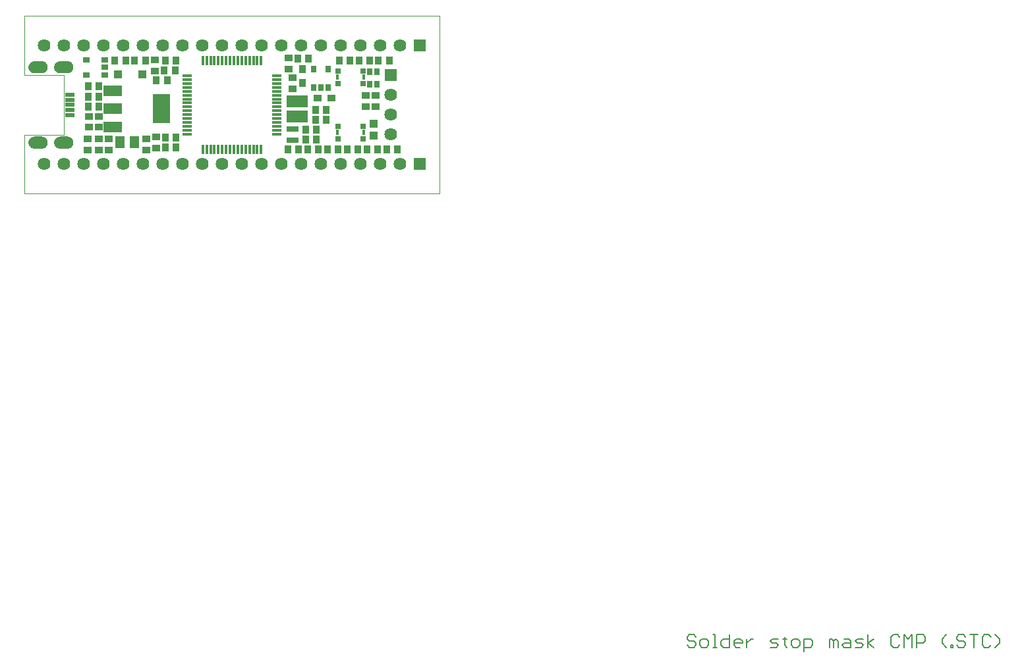
<source format=gts>
G75*
%MOIN*%
%OFA0B0*%
%FSLAX25Y25*%
%IPPOS*%
%LPD*%
%AMOC8*
5,1,8,0,0,1.08239X$1,22.5*
%
%ADD10C,0.00000*%
%ADD11C,0.00600*%
%ADD12R,0.05124X0.01581*%
%ADD13R,0.01581X0.05124*%
%ADD14R,0.06400X0.06400*%
%ADD15C,0.06400*%
%ADD16R,0.02664X0.02861*%
%ADD17R,0.01680X0.03150*%
%ADD18C,0.05912*%
%ADD19R,0.04928X0.01975*%
%ADD20C,0.00500*%
%ADD21R,0.04400X0.04400*%
%ADD22R,0.03400X0.03900*%
%ADD23R,0.03900X0.03400*%
%ADD24R,0.11030X0.06306*%
%ADD25R,0.05912X0.03156*%
%ADD26R,0.09200X0.05200*%
%ADD27R,0.09061X0.14573*%
%ADD28R,0.03550X0.02565*%
%ADD29R,0.03400X0.04400*%
%ADD30R,0.02565X0.03550*%
%ADD31R,0.03943X0.04140*%
%ADD32R,0.04400X0.03400*%
%ADD33R,0.04928X0.05912*%
D10*
X0185000Y0255000D02*
X0185000Y0284843D01*
X0204882Y0284843D01*
X0204882Y0315157D01*
X0185000Y0315157D01*
X0185000Y0345000D01*
X0395000Y0345000D01*
X0395000Y0255000D01*
X0185000Y0255000D01*
D11*
X0520300Y0030638D02*
X0520300Y0029570D01*
X0521368Y0028503D01*
X0523503Y0028503D01*
X0524570Y0027435D01*
X0524570Y0026368D01*
X0523503Y0025300D01*
X0521368Y0025300D01*
X0520300Y0026368D01*
X0520300Y0030638D02*
X0521368Y0031705D01*
X0523503Y0031705D01*
X0524570Y0030638D01*
X0526745Y0028503D02*
X0526745Y0026368D01*
X0527813Y0025300D01*
X0529948Y0025300D01*
X0531016Y0026368D01*
X0531016Y0028503D01*
X0529948Y0029570D01*
X0527813Y0029570D01*
X0526745Y0028503D01*
X0533191Y0031705D02*
X0534259Y0031705D01*
X0534259Y0025300D01*
X0535326Y0025300D02*
X0533191Y0025300D01*
X0537488Y0026368D02*
X0537488Y0028503D01*
X0538556Y0029570D01*
X0541758Y0029570D01*
X0541758Y0031705D02*
X0541758Y0025300D01*
X0538556Y0025300D01*
X0537488Y0026368D01*
X0543933Y0026368D02*
X0543933Y0028503D01*
X0545001Y0029570D01*
X0547136Y0029570D01*
X0548204Y0028503D01*
X0548204Y0027435D01*
X0543933Y0027435D01*
X0543933Y0026368D02*
X0545001Y0025300D01*
X0547136Y0025300D01*
X0550379Y0025300D02*
X0550379Y0029570D01*
X0550379Y0027435D02*
X0552514Y0029570D01*
X0553582Y0029570D01*
X0562196Y0028503D02*
X0563263Y0029570D01*
X0566466Y0029570D01*
X0568641Y0029570D02*
X0570776Y0029570D01*
X0569709Y0030638D02*
X0569709Y0026368D01*
X0570776Y0025300D01*
X0572938Y0026368D02*
X0574006Y0025300D01*
X0576141Y0025300D01*
X0577209Y0026368D01*
X0577209Y0028503D01*
X0576141Y0029570D01*
X0574006Y0029570D01*
X0572938Y0028503D01*
X0572938Y0026368D01*
X0566466Y0026368D02*
X0565398Y0027435D01*
X0563263Y0027435D01*
X0562196Y0028503D01*
X0562196Y0025300D02*
X0565398Y0025300D01*
X0566466Y0026368D01*
X0579384Y0025300D02*
X0582586Y0025300D01*
X0583654Y0026368D01*
X0583654Y0028503D01*
X0582586Y0029570D01*
X0579384Y0029570D01*
X0579384Y0023165D01*
X0592275Y0025300D02*
X0592275Y0029570D01*
X0593342Y0029570D01*
X0594410Y0028503D01*
X0595477Y0029570D01*
X0596545Y0028503D01*
X0596545Y0025300D01*
X0594410Y0025300D02*
X0594410Y0028503D01*
X0598720Y0026368D02*
X0599788Y0027435D01*
X0602991Y0027435D01*
X0602991Y0028503D02*
X0602991Y0025300D01*
X0599788Y0025300D01*
X0598720Y0026368D01*
X0599788Y0029570D02*
X0601923Y0029570D01*
X0602991Y0028503D01*
X0605166Y0028503D02*
X0606233Y0029570D01*
X0609436Y0029570D01*
X0608368Y0027435D02*
X0606233Y0027435D01*
X0605166Y0028503D01*
X0605166Y0025300D02*
X0608368Y0025300D01*
X0609436Y0026368D01*
X0608368Y0027435D01*
X0611611Y0027435D02*
X0614814Y0025300D01*
X0611611Y0025300D02*
X0611611Y0031705D01*
X0614814Y0029570D02*
X0611611Y0027435D01*
X0623428Y0026368D02*
X0624496Y0025300D01*
X0626631Y0025300D01*
X0627698Y0026368D01*
X0629873Y0025300D02*
X0629873Y0031705D01*
X0632009Y0029570D01*
X0634144Y0031705D01*
X0634144Y0025300D01*
X0636319Y0025300D02*
X0636319Y0031705D01*
X0639522Y0031705D01*
X0640589Y0030638D01*
X0640589Y0028503D01*
X0639522Y0027435D01*
X0636319Y0027435D01*
X0627698Y0030638D02*
X0626631Y0031705D01*
X0624496Y0031705D01*
X0623428Y0030638D01*
X0623428Y0026368D01*
X0649210Y0027435D02*
X0651345Y0025300D01*
X0653507Y0025300D02*
X0654575Y0025300D01*
X0654575Y0026368D01*
X0653507Y0026368D01*
X0653507Y0025300D01*
X0656730Y0026368D02*
X0657797Y0025300D01*
X0659932Y0025300D01*
X0661000Y0026368D01*
X0661000Y0027435D01*
X0659932Y0028503D01*
X0657797Y0028503D01*
X0656730Y0029570D01*
X0656730Y0030638D01*
X0657797Y0031705D01*
X0659932Y0031705D01*
X0661000Y0030638D01*
X0663175Y0031705D02*
X0667445Y0031705D01*
X0665310Y0031705D02*
X0665310Y0025300D01*
X0669621Y0026368D02*
X0669621Y0030638D01*
X0670688Y0031705D01*
X0672823Y0031705D01*
X0673891Y0030638D01*
X0676066Y0031705D02*
X0678201Y0029570D01*
X0678201Y0027435D01*
X0676066Y0025300D01*
X0673891Y0026368D02*
X0672823Y0025300D01*
X0670688Y0025300D01*
X0669621Y0026368D01*
X0651345Y0031705D02*
X0649210Y0029570D01*
X0649210Y0027435D01*
D12*
X0312638Y0285236D03*
X0312638Y0287205D03*
X0312638Y0289173D03*
X0312638Y0291142D03*
X0312638Y0293110D03*
X0312638Y0295079D03*
X0312638Y0297047D03*
X0312638Y0299016D03*
X0312638Y0300984D03*
X0312638Y0302953D03*
X0312638Y0304921D03*
X0312638Y0306890D03*
X0312638Y0308858D03*
X0312638Y0310827D03*
X0312638Y0312795D03*
X0312638Y0314764D03*
X0267362Y0314764D03*
X0267362Y0312795D03*
X0267362Y0310827D03*
X0267362Y0308858D03*
X0267362Y0306890D03*
X0267362Y0304921D03*
X0267362Y0302953D03*
X0267362Y0300984D03*
X0267362Y0299016D03*
X0267362Y0297047D03*
X0267362Y0295079D03*
X0267362Y0293110D03*
X0267362Y0291142D03*
X0267362Y0289173D03*
X0267362Y0287205D03*
X0267362Y0285236D03*
D13*
X0275236Y0277362D03*
X0277205Y0277362D03*
X0279173Y0277362D03*
X0281142Y0277362D03*
X0283110Y0277362D03*
X0285079Y0277362D03*
X0287047Y0277362D03*
X0289016Y0277362D03*
X0290984Y0277362D03*
X0292953Y0277362D03*
X0294921Y0277362D03*
X0296890Y0277362D03*
X0298858Y0277362D03*
X0300827Y0277362D03*
X0302795Y0277362D03*
X0304764Y0277362D03*
X0304764Y0322638D03*
X0302795Y0322638D03*
X0300827Y0322638D03*
X0298858Y0322638D03*
X0296890Y0322638D03*
X0294921Y0322638D03*
X0292953Y0322638D03*
X0290984Y0322638D03*
X0289016Y0322638D03*
X0287047Y0322638D03*
X0285079Y0322638D03*
X0283110Y0322638D03*
X0281142Y0322638D03*
X0279173Y0322638D03*
X0277205Y0322638D03*
X0275236Y0322638D03*
D14*
X0370300Y0315000D03*
X0385000Y0330000D03*
X0385000Y0270000D03*
D15*
X0375000Y0270000D03*
X0365000Y0270000D03*
X0355000Y0270000D03*
X0345000Y0270000D03*
X0335000Y0270000D03*
X0325000Y0270000D03*
X0315000Y0270000D03*
X0305000Y0270000D03*
X0295000Y0270000D03*
X0285000Y0270000D03*
X0275000Y0270000D03*
X0265000Y0270000D03*
X0255000Y0270000D03*
X0245000Y0270000D03*
X0235000Y0270000D03*
X0225000Y0270000D03*
X0215000Y0270000D03*
X0205000Y0270000D03*
X0195000Y0270000D03*
X0195000Y0330000D03*
X0205000Y0330000D03*
X0215000Y0330000D03*
X0225000Y0330000D03*
X0235000Y0330000D03*
X0245000Y0330000D03*
X0255000Y0330000D03*
X0265000Y0330000D03*
X0275000Y0330000D03*
X0285000Y0330000D03*
X0295000Y0330000D03*
X0305000Y0330000D03*
X0315000Y0330000D03*
X0325000Y0330000D03*
X0335000Y0330000D03*
X0345000Y0330000D03*
X0355000Y0330000D03*
X0365000Y0330000D03*
X0375000Y0330000D03*
X0370300Y0305000D03*
X0370300Y0295000D03*
X0370300Y0285000D03*
D16*
X0356250Y0282803D03*
X0356250Y0289197D03*
X0343750Y0289197D03*
X0343750Y0282801D03*
X0343750Y0310801D03*
X0343750Y0317197D03*
X0356250Y0317197D03*
X0356250Y0310803D03*
D17*
X0356742Y0314000D03*
X0343258Y0314000D03*
X0343258Y0286000D03*
X0356742Y0286000D03*
D18*
X0204882Y0280906D03*
X0191890Y0280906D03*
X0191890Y0319094D03*
X0204882Y0319094D03*
D19*
X0207972Y0305118D03*
X0207972Y0302559D03*
X0207972Y0300000D03*
X0207972Y0297441D03*
X0207972Y0294882D03*
D20*
X0206654Y0283661D02*
X0203110Y0283661D01*
X0202573Y0283608D01*
X0202056Y0283452D01*
X0201579Y0283197D01*
X0201162Y0282854D01*
X0200819Y0282437D01*
X0200564Y0281960D01*
X0200407Y0281443D01*
X0200354Y0280906D01*
X0200407Y0280368D01*
X0200564Y0279851D01*
X0200819Y0279374D01*
X0201162Y0278957D01*
X0201579Y0278614D01*
X0202056Y0278359D01*
X0202573Y0278203D01*
X0203110Y0278150D01*
X0206654Y0278150D01*
X0207191Y0278203D01*
X0207708Y0278359D01*
X0208185Y0278614D01*
X0208602Y0278957D01*
X0208945Y0279374D01*
X0209200Y0279851D01*
X0209356Y0280368D01*
X0209409Y0280906D01*
X0209356Y0281443D01*
X0209200Y0281960D01*
X0208945Y0282437D01*
X0208602Y0282854D01*
X0208185Y0283197D01*
X0207708Y0283452D01*
X0207191Y0283608D01*
X0206654Y0283661D01*
X0207776Y0283415D02*
X0201987Y0283415D01*
X0201238Y0282917D02*
X0208526Y0282917D01*
X0208955Y0282418D02*
X0200809Y0282418D01*
X0200552Y0281920D02*
X0209212Y0281920D01*
X0209359Y0281421D02*
X0200405Y0281421D01*
X0200356Y0280923D02*
X0209408Y0280923D01*
X0209362Y0280424D02*
X0200402Y0280424D01*
X0200541Y0279926D02*
X0209222Y0279926D01*
X0208973Y0279427D02*
X0200791Y0279427D01*
X0201196Y0278929D02*
X0208568Y0278929D01*
X0207840Y0278430D02*
X0201923Y0278430D01*
X0196230Y0279926D02*
X0187549Y0279926D01*
X0187572Y0279851D02*
X0187415Y0280368D01*
X0187362Y0280906D01*
X0187415Y0281443D01*
X0187572Y0281960D01*
X0187827Y0282437D01*
X0188169Y0282854D01*
X0188587Y0283197D01*
X0189063Y0283452D01*
X0189580Y0283608D01*
X0190118Y0283661D01*
X0193661Y0283661D01*
X0194199Y0283608D01*
X0194716Y0283452D01*
X0195193Y0283197D01*
X0195610Y0282854D01*
X0195953Y0282437D01*
X0196208Y0281960D01*
X0196364Y0281443D01*
X0196417Y0280906D01*
X0196364Y0280368D01*
X0196208Y0279851D01*
X0195953Y0279374D01*
X0195610Y0278957D01*
X0195193Y0278614D01*
X0194716Y0278359D01*
X0194199Y0278203D01*
X0193661Y0278150D01*
X0190118Y0278150D01*
X0189580Y0278203D01*
X0189063Y0278359D01*
X0188587Y0278614D01*
X0188169Y0278957D01*
X0187827Y0279374D01*
X0187572Y0279851D01*
X0187799Y0279427D02*
X0195981Y0279427D01*
X0195576Y0278929D02*
X0188204Y0278929D01*
X0188931Y0278430D02*
X0194848Y0278430D01*
X0196370Y0280424D02*
X0187410Y0280424D01*
X0187364Y0280923D02*
X0196416Y0280923D01*
X0196367Y0281421D02*
X0187413Y0281421D01*
X0187560Y0281920D02*
X0196220Y0281920D01*
X0195963Y0282418D02*
X0187817Y0282418D01*
X0188245Y0282917D02*
X0195534Y0282917D01*
X0194784Y0283415D02*
X0188995Y0283415D01*
X0190118Y0316339D02*
X0189580Y0316392D01*
X0189063Y0316548D01*
X0188587Y0316803D01*
X0188169Y0317146D01*
X0187827Y0317563D01*
X0187572Y0318040D01*
X0187415Y0318557D01*
X0187362Y0319094D01*
X0187415Y0319632D01*
X0187572Y0320149D01*
X0187827Y0320626D01*
X0188169Y0321043D01*
X0188587Y0321386D01*
X0189063Y0321641D01*
X0189580Y0321797D01*
X0190118Y0321850D01*
X0193661Y0321850D01*
X0194199Y0321797D01*
X0194716Y0321641D01*
X0195193Y0321386D01*
X0195610Y0321043D01*
X0195953Y0320626D01*
X0196208Y0320149D01*
X0196364Y0319632D01*
X0196417Y0319094D01*
X0196364Y0318557D01*
X0196208Y0318040D01*
X0195953Y0317563D01*
X0195610Y0317146D01*
X0195193Y0316803D01*
X0194716Y0316548D01*
X0194199Y0316392D01*
X0193661Y0316339D01*
X0190118Y0316339D01*
X0188572Y0316815D02*
X0195208Y0316815D01*
X0195748Y0317314D02*
X0188031Y0317314D01*
X0187694Y0317812D02*
X0196086Y0317812D01*
X0196290Y0318311D02*
X0187490Y0318311D01*
X0187390Y0318809D02*
X0196389Y0318809D01*
X0196396Y0319308D02*
X0187383Y0319308D01*
X0187468Y0319806D02*
X0196311Y0319806D01*
X0196124Y0320305D02*
X0187655Y0320305D01*
X0187973Y0320803D02*
X0195807Y0320803D01*
X0195295Y0321302D02*
X0188485Y0321302D01*
X0189612Y0321801D02*
X0194168Y0321801D01*
X0200460Y0319806D02*
X0209304Y0319806D01*
X0209356Y0319632D02*
X0209409Y0319094D01*
X0209356Y0318557D01*
X0209200Y0318040D01*
X0208945Y0317563D01*
X0208602Y0317146D01*
X0208185Y0316803D01*
X0207708Y0316548D01*
X0207191Y0316392D01*
X0206654Y0316339D01*
X0203110Y0316339D01*
X0202573Y0316392D01*
X0202056Y0316548D01*
X0201579Y0316803D01*
X0201162Y0317146D01*
X0200819Y0317563D01*
X0200564Y0318040D01*
X0200407Y0318557D01*
X0200354Y0319094D01*
X0200407Y0319632D01*
X0200564Y0320149D01*
X0200819Y0320626D01*
X0201162Y0321043D01*
X0201579Y0321386D01*
X0202056Y0321641D01*
X0202573Y0321797D01*
X0203110Y0321850D01*
X0206654Y0321850D01*
X0207191Y0321797D01*
X0207708Y0321641D01*
X0208185Y0321386D01*
X0208602Y0321043D01*
X0208945Y0320626D01*
X0209200Y0320149D01*
X0209356Y0319632D01*
X0209388Y0319308D02*
X0200375Y0319308D01*
X0200382Y0318809D02*
X0209381Y0318809D01*
X0209282Y0318311D02*
X0200482Y0318311D01*
X0200686Y0317812D02*
X0209078Y0317812D01*
X0208740Y0317314D02*
X0201024Y0317314D01*
X0201564Y0316815D02*
X0208200Y0316815D01*
X0209116Y0320305D02*
X0200647Y0320305D01*
X0200965Y0320803D02*
X0208799Y0320803D01*
X0208287Y0321302D02*
X0201477Y0321302D01*
X0202604Y0321801D02*
X0207160Y0321801D01*
D21*
X0361500Y0290500D03*
X0361500Y0284500D03*
D22*
X0363750Y0277500D03*
X0368250Y0277500D03*
X0373750Y0277500D03*
X0358250Y0277500D03*
X0353750Y0277500D03*
X0348250Y0277500D03*
X0343750Y0277500D03*
X0338250Y0277500D03*
X0333750Y0277500D03*
X0332750Y0282500D03*
X0332750Y0287500D03*
X0332250Y0292500D03*
X0332250Y0297500D03*
X0337750Y0297500D03*
X0337750Y0292500D03*
X0327250Y0287500D03*
X0327250Y0282500D03*
X0328250Y0277500D03*
X0323750Y0277500D03*
X0318250Y0277500D03*
X0323250Y0323500D03*
X0328750Y0323500D03*
X0344250Y0322500D03*
X0349750Y0322500D03*
X0354250Y0322500D03*
X0359750Y0322500D03*
X0364150Y0322500D03*
X0369650Y0322500D03*
X0261750Y0322500D03*
X0261250Y0317500D03*
X0255750Y0317500D03*
X0256250Y0322500D03*
X0246250Y0322500D03*
X0240750Y0322500D03*
X0236250Y0322500D03*
X0230750Y0322500D03*
X0222750Y0309500D03*
X0222750Y0304300D03*
X0222750Y0299300D03*
X0217250Y0299300D03*
X0217250Y0304300D03*
X0217250Y0309500D03*
X0251750Y0312500D03*
X0257250Y0312500D03*
X0256250Y0283500D03*
X0256250Y0278500D03*
X0261750Y0278500D03*
X0261750Y0283500D03*
D23*
X0251500Y0283750D03*
X0246500Y0282750D03*
X0246500Y0277250D03*
X0251500Y0278250D03*
X0227500Y0277250D03*
X0222500Y0277250D03*
X0222500Y0282750D03*
X0227500Y0282750D03*
X0222500Y0288750D03*
X0217500Y0288750D03*
X0217500Y0294250D03*
X0222500Y0294250D03*
X0217000Y0282750D03*
X0217000Y0277250D03*
X0251000Y0317250D03*
X0251000Y0322750D03*
X0318500Y0323750D03*
X0318500Y0318250D03*
X0320500Y0313750D03*
X0320500Y0308250D03*
X0357500Y0304750D03*
X0362500Y0304750D03*
X0362500Y0299250D03*
X0357500Y0299250D03*
D24*
X0323000Y0301740D03*
X0323000Y0294260D03*
D25*
X0320500Y0287953D03*
X0320500Y0282047D03*
D26*
X0229800Y0288900D03*
X0229800Y0298000D03*
X0229800Y0307100D03*
D27*
X0254201Y0298000D03*
D28*
X0225724Y0315260D03*
X0225724Y0319000D03*
X0225724Y0322740D03*
X0216276Y0322740D03*
X0216276Y0315260D03*
D29*
X0325500Y0318000D03*
X0325500Y0311000D03*
D30*
X0331260Y0308776D03*
X0335000Y0308776D03*
X0338740Y0308776D03*
X0338740Y0318224D03*
X0331260Y0318224D03*
X0359728Y0316650D03*
X0363272Y0316650D03*
X0363272Y0310350D03*
X0359728Y0310350D03*
D31*
X0244701Y0315500D03*
X0232299Y0315500D03*
D32*
X0333200Y0303500D03*
X0340200Y0303500D03*
D33*
X0240543Y0281000D03*
X0233457Y0281000D03*
M02*

</source>
